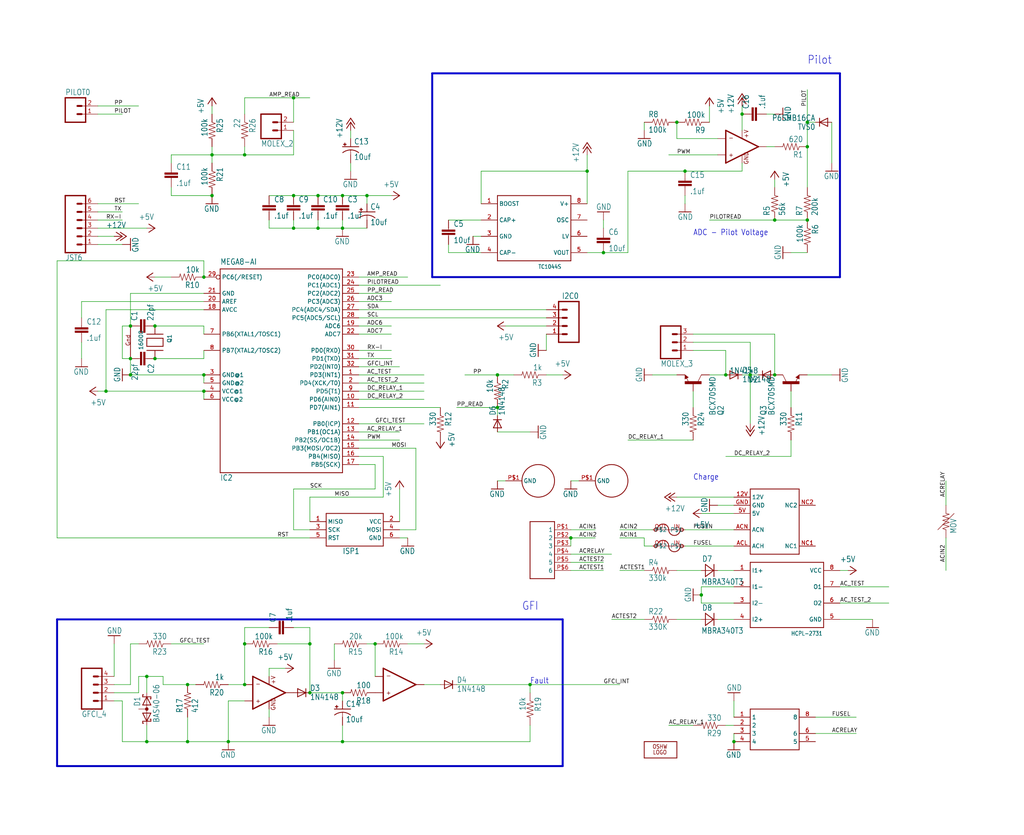
<source format=kicad_sch>
(kicad_sch (version 20231120) (generator "eeschema") (generator_version "8.0")
  (paper "User" 318.973 260.198)
  (junction (at 154.94 116.84))
  (junction (at 66.04 60.96))
  (junction (at 40.64 101.6))
  (junction (at 106.68 71.12))
  (junction (at 40.64 116.84))
  (junction (at 213.36 53.34))
  (junction (at 114.3 60.96))
  (junction (at 99.06 71.12))
  (junction (at 76.2 48.26))
  (junction (at 91.44 60.96))
  (junction (at 251.46 68.58))
  (junction (at 48.26 111.76))
  (junction (at 48.26 101.6))
  (junction (at 91.44 30.48))
  (junction (at 182.88 53.34))
  (junction (at 154.94 127))
  (junction (at 177.8 167.64))
  (junction (at 91.44 71.12))
  (junction (at 96.52 200.66))
  (junction (at 40.64 111.76))
  (junction (at 33.02 121.92))
  (junction (at 96.52 215.9))
  (junction (at 106.68 60.96))
  (junction (at 233.68 116.84))
  (junction (at 63.5 116.84))
  (junction (at 231.14 35.56))
  (junction (at 218.44 185.42))
  (junction (at 116.84 200.66))
  (junction (at 251.46 38.1))
  (junction (at 71.12 231.14))
  (junction (at 226.06 116.84))
  (junction (at 66.04 48.26))
  (junction (at 165.1 213.36))
  (junction (at 76.2 213.36))
  (junction (at 251.46 45.72))
  (junction (at 241.3 68.58))
  (junction (at 187.96 78.74))
  (junction (at 45.72 231.14))
  (junction (at 99.06 60.96))
  (junction (at 45.72 210.82))
  (junction (at 106.68 215.9))
  (junction (at 76.2 200.66))
  (junction (at 63.5 86.36))
  (junction (at 58.42 231.14))
  (junction (at 58.42 213.36))
  (junction (at 241.3 116.84))
  (junction (at 63.5 121.92))
  (junction (at 210.82 38.1))
  (junction (at 228.6 231.14))
  (junction (at 106.68 231.14))
  (polyline (pts (xy 261.62 86.36) (xy 134.62 86.36)) (stroke (width 0.6096) (type solid)))
  (wire (pts (xy 231.14 53.34) (xy 231.14 50.8)) (stroke (width 0.1524)))
  (wire (pts (xy 119.38 154.94) (xy 119.38 142.24)) (stroke (width 0.1524)))
  (wire (pts (xy 228.6 228.6) (xy 228.6 231.14)) (stroke (width 0.1524)))
  (wire (pts (xy 226.06 116.84) (xy 220.98 116.84)) (stroke (width 0.1524)))
  (wire (pts (xy 259.08 50.8) (xy 259.08 38.1)) (stroke (width 0.1524)))
  (wire (pts (xy 111.76 121.92) (xy 132.08 121.92)) (stroke (width 0.1524)))
  (wire (pts (xy 111.76 137.16) (xy 124.46 137.16)) (stroke (width 0.1524)))
  (wire (pts (xy 129.54 165.1) (xy 124.46 165.1)) (stroke (width 0.1524)))
  (wire (pts (xy 149.86 68.58) (xy 139.7 68.58)) (stroke (width 0.1524)))
  (wire (pts (xy 165.1 213.36) (xy 165.1 215.9)) (stroke (width 0.1524)))
  (wire (pts (xy 177.8 177.8) (xy 187.96 177.8)) (stroke (width 0.1524)))
  (wire (pts (xy 254 38.1) (xy 251.46 38.1)) (stroke (width 0.1524)))
  (wire (pts (xy 116.84 200.66) (xy 114.3 200.66)) (stroke (width 0.1524)))
  (wire (pts (xy 91.44 152.4) (xy 116.84 152.4)) (stroke (width 0.1524)))
  (wire (pts (xy 170.18 99.06) (xy 111.76 99.06)) (stroke (width 0.1524)))
  (wire (pts (xy 251.46 45.72) (xy 251.46 38.1)) (stroke (width 0.1524)))
  (wire (pts (xy 213.36 63.5) (xy 213.36 60.96)) (stroke (width 0.1524)))
  (wire (pts (xy 111.76 116.84) (xy 132.08 116.84)) (stroke (width 0.1524)))
  (wire (pts (xy 294.64 157.48) (xy 294.64 149.86)) (stroke (width 0.1524)))
  (wire (pts (xy 182.88 63.5) (xy 182.88 53.34)) (stroke (width 0.1524)))
  (wire (pts (xy 96.52 165.1) (xy 91.44 165.1)) (stroke (width 0.1524)))
  (wire (pts (xy 66.04 48.26) (xy 66.04 50.8)) (stroke (width 0.1524)))
  (wire (pts (xy 241.3 58.42) (xy 241.3 55.88)) (stroke (width 0.1524)))
  (wire (pts (xy 177.8 149.86) (xy 180.34 149.86)) (stroke (width 0.1524)))
  (wire (pts (xy 96.52 162.56) (xy 96.52 154.94)) (stroke (width 0.1524)))
  (wire (pts (xy 71.12 231.14) (xy 106.68 231.14)) (stroke (width 0.1524)))
  (wire (pts (xy 215.9 109.22) (xy 226.06 109.22)) (stroke (width 0.1524)))
  (wire (pts (xy 45.72 71.12) (xy 30.48 71.12)) (stroke (width 0.1524)))
  (wire (pts (xy 38.1 76.2) (xy 30.48 76.2)) (stroke (width 0.1524)))
  (wire (pts (xy 63.5 81.28) (xy 17.78 81.28)) (stroke (width 0.1524)))
  (wire (pts (xy 43.18 215.9) (xy 43.18 210.82)) (stroke (width 0.1524)))
  (wire (pts (xy 241.3 68.58) (xy 220.98 68.58)) (stroke (width 0.1524)))
  (wire (pts (xy 251.46 45.72) (xy 251.46 58.42)) (stroke (width 0.1524)))
  (wire (pts (xy 38.1 231.14) (xy 45.72 231.14)) (stroke (width 0.1524)))
  (wire (pts (xy 210.82 177.8) (xy 218.44 177.8)) (stroke (width 0.1524)))
  (wire (pts (xy 218.44 160.02) (xy 228.6 160.02)) (stroke (width 0.1524)))
  (wire (pts (xy 195.58 78.74) (xy 187.96 78.74)) (stroke (width 0.1524)))
  (wire (pts (xy 35.56 210.82) (xy 35.56 200.66)) (stroke (width 0.1524)))
  (wire (pts (xy 76.2 35.56) (xy 76.2 30.48)) (stroke (width 0.1524)))
  (wire (pts (xy 215.9 137.16) (xy 195.58 137.16)) (stroke (width 0.1524)))
  (wire (pts (xy 132.08 213.36) (xy 137.16 213.36)) (stroke (width 0.1524)))
  (wire (pts (xy 157.48 101.6) (xy 170.18 101.6)) (stroke (width 0.1524)))
  (wire (pts (xy 218.44 187.96) (xy 218.44 185.42)) (stroke (width 0.1524)))
  (wire (pts (xy 106.68 68.58) (xy 106.68 71.12)) (stroke (width 0.1524)))
  (wire (pts (xy 33.02 96.52) (xy 33.02 121.92)) (stroke (width 0.1524)))
  (wire (pts (xy 137.16 88.9) (xy 111.76 88.9)) (stroke (width 0.1524)))
  (wire (pts (xy 121.92 60.96) (xy 114.3 60.96)) (stroke (width 0.1524)))
  (wire (pts (xy 83.82 208.28) (xy 88.9 208.28)) (stroke (width 0.1524)))
  (polyline (pts (xy 261.62 22.86) (xy 261.62 86.36)) (stroke (width 0.6096) (type solid)))
  (wire (pts (xy 254 223.52) (xy 266.7 223.52)) (stroke (width 0.1524)))
  (wire (pts (xy 53.34 48.26) (xy 66.04 48.26)) (stroke (width 0.1524)))
  (wire (pts (xy 76.2 48.26) (xy 91.44 48.26)) (stroke (width 0.1524)))
  (wire (pts (xy 83.82 210.82) (xy 83.82 208.28)) (stroke (width 0.1524)))
  (polyline (pts (xy 134.62 86.36) (xy 134.62 22.86)) (stroke (width 0.6096) (type solid)))
  (wire (pts (xy 111.76 86.36) (xy 127 86.36)) (stroke (width 0.1524)))
  (wire (pts (xy 45.72 231.14) (xy 58.42 231.14)) (stroke (width 0.1524)))
  (polyline (pts (xy 17.78 238.76) (xy 17.78 193.04)) (stroke (width 0.6096) (type solid)))
  (wire (pts (xy 116.84 152.4) (xy 116.84 144.78)) (stroke (width 0.1524)))
  (wire (pts (xy 121.92 111.76) (xy 111.76 111.76)) (stroke (width 0.1524)))
  (wire (pts (xy 48.26 86.36) (xy 53.34 86.36)) (stroke (width 0.1524)))
  (wire (pts (xy 233.68 132.08) (xy 233.68 116.84)) (stroke (width 0.1524)))
  (wire (pts (xy 30.48 66.04) (xy 38.1 66.04)) (stroke (width 0.1524)))
  (wire (pts (xy 35.56 218.44) (xy 38.1 218.44)) (stroke (width 0.1524)))
  (wire (pts (xy 106.68 218.44) (xy 106.68 215.9)) (stroke (width 0.1524)))
  (wire (pts (xy 111.76 139.7) (xy 129.54 139.7)) (stroke (width 0.1524)))
  (polyline (pts (xy 175.26 238.76) (xy 17.78 238.76)) (stroke (width 0.6096) (type solid)))
  (wire (pts (xy 170.18 109.22) (xy 170.18 104.14)) (stroke (width 0.1524)))
  (wire (pts (xy 106.68 215.9) (xy 96.52 215.9)) (stroke (width 0.1524)))
  (wire (pts (xy 246.38 142.24) (xy 226.06 142.24)) (stroke (width 0.1524)))
  (wire (pts (xy 154.94 127) (xy 142.24 127)) (stroke (width 0.1524)))
  (wire (pts (xy 111.76 114.3) (xy 124.46 114.3)) (stroke (width 0.1524)))
  (wire (pts (xy 48.26 101.6) (xy 63.5 101.6)) (stroke (width 0.1524)))
  (wire (pts (xy 200.66 170.18) (xy 203.2 170.18)) (stroke (width 0.1524)))
  (wire (pts (xy 261.62 182.88) (xy 276.86 182.88)) (stroke (width 0.1524)))
  (wire (pts (xy 111.76 134.62) (xy 124.46 134.62)) (stroke (width 0.1524)))
  (wire (pts (xy 233.68 116.84) (xy 233.68 106.68)) (stroke (width 0.1524)))
  (wire (pts (xy 66.04 45.72) (xy 66.04 48.26)) (stroke (width 0.1524)))
  (wire (pts (xy 177.8 170.18) (xy 177.8 167.64)) (stroke (width 0.1524)))
  (wire (pts (xy 213.36 170.18) (xy 228.6 170.18)) (stroke (width 0.1524)))
  (wire (pts (xy 30.48 121.92) (xy 33.02 121.92)) (stroke (width 0.1524)))
  (wire (pts (xy 119.38 142.24) (xy 111.76 142.24)) (stroke (width 0.1524)))
  (wire (pts (xy 231.14 53.34) (xy 213.36 53.34)) (stroke (width 0.1524)))
  (wire (pts (xy 231.14 116.84) (xy 233.68 116.84)) (stroke (width 0.1524)))
  (wire (pts (xy 109.22 40.64) (xy 109.22 43.18)) (stroke (width 0.1524)))
  (polyline (pts (xy 134.62 22.86) (xy 261.62 22.86)) (stroke (width 0.6096) (type solid)))
  (wire (pts (xy 63.5 124.46) (xy 63.5 121.92)) (stroke (width 0.1524)))
  (wire (pts (xy 63.5 101.6) (xy 63.5 104.14)) (stroke (width 0.1524)))
  (wire (pts (xy 218.44 193.04) (xy 210.82 193.04)) (stroke (width 0.1524)))
  (wire (pts (xy 271.78 193.04) (xy 261.62 193.04)) (stroke (width 0.1524)))
  (wire (pts (xy 106.68 60.96) (xy 99.06 60.96)) (stroke (width 0.1524)))
  (wire (pts (xy 91.44 195.58) (xy 96.52 195.58)) (stroke (width 0.1524)))
  (wire (pts (xy 91.44 71.12) (xy 99.06 71.12)) (stroke (width 0.1524)))
  (wire (pts (xy 177.8 167.64) (xy 185.42 167.64)) (stroke (width 0.1524)))
  (wire (pts (xy 231.14 35.56) (xy 231.14 40.64)) (stroke (width 0.1524)))
  (wire (pts (xy 53.34 200.66) (xy 63.5 200.66)) (stroke (width 0.1524)))
  (wire (pts (xy 76.2 48.26) (xy 76.2 45.72)) (stroke (width 0.1524)))
  (wire (pts (xy 200.66 177.8) (xy 193.04 177.8)) (stroke (width 0.1524)))
  (wire (pts (xy 187.96 71.12) (xy 187.96 68.58)) (stroke (width 0.1524)))
  (polyline (pts (xy 175.26 193.04) (xy 175.26 238.76)) (stroke (width 0.6096) (type solid)))
  (wire (pts (xy 111.76 132.08) (xy 132.08 132.08)) (stroke (width 0.1524)))
  (wire (pts (xy 226.06 226.06) (xy 228.6 226.06)) (stroke (width 0.1524)))
  (wire (pts (xy 154.94 116.84) (xy 160.02 116.84)) (stroke (width 0.1524)))
  (wire (pts (xy 223.52 43.18) (xy 210.82 43.18)) (stroke (width 0.1524)))
  (wire (pts (xy 111.76 124.46) (xy 132.08 124.46)) (stroke (width 0.1524)))
  (wire (pts (xy 210.82 154.94) (xy 228.6 154.94)) (stroke (width 0.1524)))
  (wire (pts (xy 195.58 53.34) (xy 195.58 78.74)) (stroke (width 0.1524)))
  (wire (pts (xy 241.3 104.14) (xy 241.3 116.84)) (stroke (width 0.1524)))
  (wire (pts (xy 43.18 210.82) (xy 45.72 210.82)) (stroke (width 0.1524)))
  (wire (pts (xy 58.42 213.36) (xy 60.96 213.36)) (stroke (width 0.1524)))
  (wire (pts (xy 177.8 165.1) (xy 185.42 165.1)) (stroke (width 0.1524)))
  (wire (pts (xy 251.46 68.58) (xy 241.3 68.58)) (stroke (width 0.1524)))
  (wire (pts (xy 200.66 167.64) (xy 200.66 170.18)) (stroke (width 0.1524)))
  (wire (pts (xy 45.72 215.9) (xy 45.72 210.82)) (stroke (width 0.1524)))
  (wire (pts (xy 53.34 60.96) (xy 66.04 60.96)) (stroke (width 0.1524)))
  (wire (pts (xy 30.48 63.5) (xy 43.18 63.5)) (stroke (width 0.1524)))
  (wire (pts (xy 210.82 43.18) (xy 210.82 38.1)) (stroke (width 0.1524)))
  (wire (pts (xy 83.82 223.52) (xy 83.82 220.98)) (stroke (width 0.1524)))
  (wire (pts (xy 124.46 167.64) (xy 127 167.64)) (stroke (width 0.1524)))
  (wire (pts (xy 45.72 210.82) (xy 50.8 210.82)) (stroke (width 0.1524)))
  (wire (pts (xy 25.4 93.98) (xy 25.4 99.06)) (stroke (width 0.1524)))
  (wire (pts (xy 170.18 96.52) (xy 111.76 96.52)) (stroke (width 0.1524)))
  (wire (pts (xy 91.44 68.58) (xy 91.44 71.12)) (stroke (width 0.1524)))
  (wire (pts (xy 223.52 177.8) (xy 228.6 177.8)) (stroke (width 0.1524)))
  (wire (pts (xy 40.64 111.76) (xy 40.64 116.84)) (stroke (width 0.1524)))
  (wire (pts (xy 48.26 111.76) (xy 63.5 111.76)) (stroke (width 0.1524)))
  (wire (pts (xy 200.66 167.64) (xy 193.04 167.64)) (stroke (width 0.1524)))
  (wire (pts (xy 53.34 58.42) (xy 53.34 60.96)) (stroke (width 0.1524)))
  (wire (pts (xy 17.78 167.64) (xy 96.52 167.64)) (stroke (width 0.1524)))
  (polyline (pts (xy 17.78 193.04) (xy 175.26 193.04)) (stroke (width 0.6096) (type solid)))
  (wire (pts (xy 91.44 165.1) (xy 91.44 152.4)) (stroke (width 0.1524)))
  (wire (pts (xy 165.1 226.06) (xy 165.1 231.14)) (stroke (width 0.1524)))
  (wire (pts (xy 187.96 78.74) (xy 182.88 78.74)) (stroke (width 0.1524)))
  (wire (pts (xy 63.5 111.76) (xy 63.5 109.22)) (stroke (width 0.1524)))
  (wire (pts (xy 147.32 73.66) (xy 149.86 73.66)) (stroke (width 0.1524)))
  (wire (pts (xy 30.48 35.56) (xy 38.1 35.56)) (stroke (width 0.1524)))
  (wire (pts (xy 111.76 93.98) (xy 121.92 93.98)) (stroke (width 0.1524)))
  (wire (pts (xy 91.44 30.48) (xy 96.52 30.48)) (stroke (width 0.1524)))
  (wire (pts (xy 76.2 213.36) (xy 71.12 213.36)) (stroke (width 0.1524)))
  (wire (pts (xy 259.08 116.84) (xy 251.46 116.84)) (stroke (width 0.1524)))
  (wire (pts (xy 132.08 200.66) (xy 127 200.66)) (stroke (width 0.1524)))
  (wire (pts (xy 238.76 45.72) (xy 241.3 45.72)) (stroke (width 0.1524)))
  (wire (pts (xy 165.1 134.62) (xy 154.94 134.62)) (stroke (width 0.1524)))
  (wire (pts (xy 106.68 231.14) (xy 165.1 231.14)) (stroke (width 0.1524)))
  (wire (pts (xy 215.9 104.14) (xy 241.3 104.14)) (stroke (width 0.1524)))
  (wire (pts (xy 215.9 127) (xy 215.9 121.92)) (stroke (width 0.1524)))
  (wire (pts (xy 63.5 86.36) (xy 63.5 81.28)) (stroke (width 0.1524)))
  (wire (pts (xy 111.76 109.22) (xy 121.92 109.22)) (stroke (width 0.1524)))
  (wire (pts (xy 177.8 172.72) (xy 190.5 172.72)) (stroke (width 0.1524)))
  (wire (pts (xy 40.64 200.66) (xy 43.18 200.66)) (stroke (width 0.1524)))
  (wire (pts (xy 53.34 50.8) (xy 53.34 48.26)) (stroke (width 0.1524)))
  (wire (pts (xy 246.38 142.24) (xy 246.38 137.16)) (stroke (width 0.1524)))
  (wire (pts (xy 213.36 165.1) (xy 228.6 165.1)) (stroke (width 0.1524)))
  (wire (pts (xy 40.64 111.76) (xy 38.1 111.76)) (stroke (width 0.1524)))
  (wire (pts (xy 104.14 205.74) (xy 104.14 200.66)) (stroke (width 0.1524)))
  (wire (pts (xy 76.2 200.66) (xy 76.2 213.36)) (stroke (width 0.1524)))
  (wire (pts (xy 129.54 139.7) (xy 129.54 165.1)) (stroke (width 0.1524)))
  (wire (pts (xy 96.52 200.66) (xy 96.52 215.9)) (stroke (width 0.1524)))
  (wire (pts (xy 63.5 119.38) (xy 63.5 116.84)) (stroke (width 0.1524)))
  (wire (pts (xy 226.06 109.22) (xy 226.06 116.84)) (stroke (width 0.1524)))
  (wire (pts (xy 208.28 48.26) (xy 223.52 48.26)) (stroke (width 0.1524)))
  (wire (pts (xy 177.8 175.26) (xy 187.96 175.26)) (stroke (width 0.1524)))
  (wire (pts (xy 38.1 218.44) (xy 38.1 231.14)) (stroke (width 0.1524)))
  (wire (pts (xy 124.46 162.56) (xy 124.46 152.4)) (stroke (width 0.1524)))
  (wire (pts (xy 154.94 127) (xy 154.94 129.54)) (stroke (width 0.1524)))
  (wire (pts (xy 111.76 119.38) (xy 132.08 119.38)) (stroke (width 0.1524)))
  (wire (pts (xy 76.2 30.48) (xy 91.44 30.48)) (stroke (width 0.1524)))
  (wire (pts (xy 63.5 91.44) (xy 40.64 91.44)) (stroke (width 0.1524)))
  (wire (pts (xy 114.3 63.5) (xy 114.3 60.96)) (stroke (width 0.1524)))
  (wire (pts (xy 111.76 104.14) (xy 121.92 104.14)) (stroke (width 0.1524)))
  (wire (pts (xy 66.04 48.26) (xy 76.2 48.26)) (stroke (width 0.1524)))
  (wire (pts (xy 223.52 193.04) (xy 228.6 193.04)) (stroke (width 0.1524)))
  (wire (pts (xy 165.1 213.36) (xy 142.24 213.36)) (stroke (width 0.1524)))
  (wire (pts (xy 218.44 182.88) (xy 218.44 185.42)) (stroke (width 0.1524)))
  (wire (pts (xy 215.9 226.06) (xy 208.28 226.06)) (stroke (width 0.1524)))
  (wire (pts (xy 261.62 187.96) (xy 276.86 187.96)) (stroke (width 0.1524)))
  (wire (pts (xy 294.64 167.64) (xy 294.64 177.8)) (stroke (width 0.1524)))
  (wire (pts (xy 71.12 218.44) (xy 76.2 218.44)) (stroke (width 0.1524)))
  (wire (pts (xy 139.7 78.74) (xy 149.86 78.74)) (stroke (width 0.1524)))
  (wire (pts (xy 99.06 71.12) (xy 106.68 71.12)) (stroke (width 0.1524)))
  (wire (pts (xy 66.04 33.02) (xy 66.04 35.56)) (stroke (width 0.1524)))
  (wire (pts (xy 139.7 76.2) (xy 139.7 78.74)) (stroke (width 0.1524)))
  (wire (pts (xy 231.14 33.02) (xy 231.14 35.56)) (stroke (width 0.1524)))
  (wire (pts (xy 137.16 127) (xy 111.76 127)) (stroke (width 0.1524)))
  (wire (pts (xy 96.52 154.94) (xy 119.38 154.94)) (stroke (width 0.1524)))
  (wire (pts (xy 45.72 226.06) (xy 45.72 231.14)) (stroke (width 0.1524)))
  (wire (pts (xy 83.82 68.58) (xy 83.82 71.12)) (stroke (width 0.1524)))
  (wire (pts (xy 241.3 35.56) (xy 238.76 35.56)) (stroke (width 0.1524)))
  (wire (pts (xy 76.2 195.58) (xy 76.2 200.66)) (stroke (width 0.1524)))
  (wire (pts (xy 149.86 63.5) (xy 149.86 53.34)) (stroke (width 0.1524)))
  (wire (pts (xy 200.66 38.1) (xy 200.66 40.64)) (stroke (width 0.1524)))
  (wire (pts (xy 99.06 68.58) (xy 99.06 71.12)) (stroke (width 0.1524)))
  (wire (pts (xy 170.18 116.84) (xy 175.26 116.84)) (stroke (width 0.1524)))
  (wire (pts (xy 154.94 149.86) (xy 157.48 149.86)) (stroke (width 0.1524)))
  (wire (pts (xy 114.3 60.96) (xy 106.68 60.96)) (stroke (width 0.1524)))
  (wire (pts (xy 96.52 195.58) (xy 96.52 200.66)) (stroke (width 0.1524)))
  (wire (pts (xy 40.64 213.36) (xy 40.64 200.66)) (stroke (width 0.1524)))
  (wire (pts (xy 91.44 38.1) (xy 91.44 30.48)) (stroke (width 0.1524)))
  (wire (pts (xy 38.1 101.6) (xy 40.64 101.6)) (stroke (width 0.1524)))
  (wire (pts (xy 99.06 60.96) (xy 91.44 60.96)) (stroke (width 0.1524)))
  (wire (pts (xy 71.12 231.14) (xy 71.12 218.44)) (stroke (width 0.1524)))
  (wire (pts (xy 246.38 127) (xy 246.38 121.92)) (stroke (width 0.1524)))
  (wire (pts (xy 190.5 193.04) (xy 200.66 193.04)) (stroke (width 0.1524)))
  (wire (pts (xy 182.88 53.34) (xy 182.88 48.26)) (stroke (width 0.1524)))
  (wire (pts (xy 25.4 111.76) (xy 25.4 106.68)) (stroke (width 0.1524)))
  (wire (pts (xy 63.5 96.52) (xy 33.02 96.52)) (stroke (width 0.1524)))
  (wire (pts (xy 233.68 106.68) (xy 215.9 106.68)) (stroke (width 0.1524)))
  (wire (pts (xy 35.56 213.36) (xy 40.64 213.36)) (stroke (width 0.1524)))
  (wire (pts (xy 246.38 78.74) (xy 251.46 78.74)) (stroke (width 0.1524)))
  (wire (pts (xy 213.36 53.34) (xy 195.58 53.34)) (stroke (width 0.1524)))
  (wire (pts (xy 33.02 121.92) (xy 63.5 121.92)) (stroke (width 0.1524)))
  (wire (pts (xy 220.98 33.02) (xy 220.98 38.1)) (stroke (width 0.1524)))
  (wire (pts (xy 149.86 53.34) (xy 182.88 53.34)) (stroke (width 0.1524)))
  (wire (pts (xy 254 228.6) (xy 266.7 228.6)) (stroke (width 0.1524)))
  (wire (pts (xy 50.8 213.36) (xy 58.42 213.36)) (stroke (width 0.1524)))
  (wire (pts (xy 35.56 215.9) (xy 43.18 215.9)) (stroke (width 0.1524)))
  (wire (pts (xy 91.44 48.26) (xy 91.44 40.64)) (stroke (width 0.1524)))
  (wire (pts (xy 251.46 38.1) (xy 251.46 27.94)) (stroke (width 0.1524)))
  (wire (pts (xy 58.42 231.14) (xy 58.42 223.52)) (stroke (width 0.1524)))
  (wire (pts (xy 83.82 195.58) (xy 76.2 195.58)) (stroke (width 0.1524)))
  (wire (pts (xy 83.82 71.12) (xy 91.44 71.12)) (stroke (width 0.1524)))
  (wire (pts (xy 193.04 213.36) (xy 165.1 213.36)) (stroke (width 0.1524)))
  (wire (pts (xy 38.1 68.58) (xy 30.48 68.58)) (stroke (width 0.1524)))
  (wire (pts (xy 228.6 187.96) (xy 218.44 187.96)) (stroke (width 0.1524)))
  (wire (pts (xy 38.1 111.76) (xy 38.1 101.6)) (stroke (width 0.1524)))
  (wire (pts (xy 228.6 157.48) (xy 223.52 157.48)) (stroke (width 0.1524)))
  (wire (pts (xy 111.76 91.44) (xy 121.92 91.44)) (stroke (width 0.1524)))
  (wire (pts (xy 86.36 200.66) (xy 96.52 200.66)) (stroke (width 0.1524)))
  (wire (pts (xy 203.2 116.84) (xy 210.82 116.84)) (stroke (width 0.1524)))
  (wire (pts (xy 106.68 71.12) (xy 114.3 71.12)) (stroke (width 0.1524)))
  (wire (pts (xy 228.6 182.88) (xy 218.44 182.88)) (stroke (width 0.1524)))
  (wire (pts (xy 154.94 116.84) (xy 144.78 116.84)) (stroke (width 0.1524)))
  (wire (pts (xy 203.2 165.1) (xy 193.04 165.1)) (stroke (width 0.1524)))
  (wire (pts (xy 40.64 91.44) (xy 40.64 101.6)) (stroke (width 0.1524)))
  (wire (pts (xy 111.76 101.6) (xy 121.92 101.6)) (stroke (width 0.1524)))
  (wire (pts (xy 17.78 81.28) (xy 17.78 167.64)) (stroke (width 0.1524)))
  (wire (pts (xy 40.64 116.84) (xy 63.5 116.84)) (stroke (width 0.1524)))
  (wire (pts (xy 236.22 116.84) (xy 233.68 116.84)) (stroke (width 0.1524)))
  (wire (pts (xy 116.84 144.78) (xy 111.76 144.78)) (stroke (width 0.1524)))
  (wire (pts (xy 106.68 226.06) (xy 106.68 231.14)) (stroke (width 0.1524)))
  (wire (pts (xy 25.4 93.98) (xy 63.5 93.98)) (stroke (width 0.1524)))
  (wire (pts (xy 264.16 177.8) (xy 261.62 177.8)) (stroke (width 0.1524)))
  (wire (pts (xy 228.6 223.52) (xy 228.6 218.44)) (stroke (width 0.1524)))
  (wire (pts (xy 58.42 231.14) (xy 71.12 231.14)) (stroke (width 0.1524)))
  (wire (pts (xy 35.56 73.66) (xy 30.48 73.66)) (stroke (width 0.1524)))
  (wire (pts (xy 50.8 210.82) (xy 50.8 213.36)) (stroke (width 0.1524)))
  (wire (pts (xy 109.22 53.34) (xy 109.22 50.8)) (stroke (width 0.1524)))
  (wire (pts (xy 83.82 60.96) (xy 91.44 60.96)) (stroke (width 0.1524)))
  (wire (pts (xy 30.48 33.02) (xy 43.18 33.02)) (stroke (width 0.1524)))
  (wire (pts (xy 116.84 210.82) (xy 116.84 200.66)) (stroke (width 0.1524)))
  (text "ADC - Pilot Voltage" (at 215.9 73.66 0) (effects (font (size 1.778 1.5113)) (justify left bottom)))
  (text "Pilot" (at 251.46 20.32 0) (effects (font (size 2.54 2.159)) (justify left bottom)))
  (text "Charge" (at 215.9 149.86 0) (effects (font (size 1.778 1.5113)) (justify left bottom)))
  (text "Fault" (at 165.1 213.36 0) (effects (font (size 1.778 1.5113)) (justify left bottom)))
  (text "GFI" (at 162.56 190.5 0) (effects (font (size 2.54 2.159)) (justify left bottom)))
  (label "PILOT" (at 251.46 27.94 270) (effects (font (size 1.2446 1.2446))))
  (label "SDA" (at 114.3 96.52 0) (effects (font (size 1.2446 1.2446))))
  (label "FUSEN" (at 215.9 165.1 0) (effects (font (size 1.2446 1.2446))))
  (label "RST" (at 35.56 63.5 0) (effects (font (size 1.2446 1.2446))))
  (label "ACRELAY" (at 294.64 154.94 90) (effects (font (size 1.2446 1.2446))))
  (label "ACIN1" (at 180.34 165.1 0) (effects (font (size 1.2446 1.2446))))
  (label "GFCI_TEST" (at 55.88 200.66 0) (effects (font (size 1.2446 1.2446))))
  (label "PILOTREAD" (at 114.3 88.9 0) (effects (font (size 1.2446 1.2446))))
  (label "FUSEL" (at 259.08 223.52 0) (effects (font (size 1.2446 1.2446))))
  (label "ADC3" (at 114.3 93.98 0) (effects (font (size 1.2446 1.2446))))
  (label "RX-I" (at 33.02 68.58 0) (effects (font (size 1.2446 1.2446))))
  (label "ACTEST1" (at 180.34 177.8 0) (effects (font (size 1.2446 1.2446))))
  (label "GFCI_INT" (at 114.3 114.3 0) (effects (font (size 1.2446 1.2446))))
  (label "AMP_READ" (at 83.82 30.48 0) (effects (font (size 1.2446 1.2446))))
  (label "AMP_READ" (at 114.3 86.36 0) (effects (font (size 1.2446 1.2446))))
  (label "ADC6" (at 114.3 101.6 0) (effects (font (size 1.2446 1.2446))))
  (label "TX" (at 114.3 111.76 0) (effects (font (size 1.2446 1.2446))))
  (label "PP" (at 147.32 116.84 0) (effects (font (size 1.2446 1.2446))))
  (label "TX" (at 35.56 66.04 0) (effects (font (size 1.2446 1.2446))))
  (label "PP_READ" (at 114.3 91.44 0) (effects (font (size 1.2446 1.2446))))
  (label "ACIN2" (at 180.34 167.64 0) (effects (font (size 1.2446 1.2446))))
  (label "DC_RELAY_2" (at 114.3 124.46 0) (effects (font (size 1.2446 1.2446))))
  (label "DC_RELAY_1" (at 114.3 121.92 0) (effects (font (size 1.2446 1.2446))))
  (label "PWM" (at 114.3 137.16 0) (effects (font (size 1.2446 1.2446))))
  (label "PILOTREAD" (at 220.98 68.58 0) (effects (font (size 1.2446 1.2446))))
  (label "ACRELAY" (at 180.34 172.72 0) (effects (font (size 1.2446 1.2446))))
  (label "AC_TEST_2" (at 114.3 119.38 0) (effects (font (size 1.2446 1.2446))))
  (label "PILOT" (at 35.56 35.56 0) (effects (font (size 1.2446 1.2446))))
  (label "PWM" (at 210.82 48.26 0) (effects (font (size 1.2446 1.2446))))
  (label "ACRELAY" (at 259.08 228.6 0) (effects (font (size 1.2446 1.2446))))
  (label "DC_RELAY_1" (at 195.58 137.16 0) (effects (font (size 1.2446 1.2446))))
  (label "ACIN2" (at 193.04 165.1 0) (effects (font (size 1.2446 1.2446))))
  (label "AC_TEST_2" (at 261.62 187.96 0) (effects (font (size 1.2446 1.2446))))
  (label "AC_TEST" (at 261.62 182.88 0) (effects (font (size 1.2446 1.2446))))
  (label "AC_RELAY_1" (at 208.28 226.06 0) (effects (font (size 1.2446 1.2446))))
  (label "PP" (at 35.56 33.02 0) (effects (font (size 1.2446 1.2446))))
  (label "AC_TEST" (at 114.3 116.84 0) (effects (font (size 1.2446 1.2446))))
  (label "SCK" (at 96.52 152.4 0) (effects (font (size 1.2446 1.2446))))
  (label "ACIN1" (at 193.04 167.64 0) (effects (font (size 1.2446 1.2446))))
  (label "ACTEST1" (at 193.04 177.8 0) (effects (font (size 1.2446 1.2446))))
  (label "RST" (at 86.36 167.64 0) (effects (font (size 1.2446 1.2446))))
  (label "DC_RELAY_2" (at 228.6 142.24 0) (effects (font (size 1.2446 1.2446))))
  (label "RX-I" (at 114.3 109.22 0) (effects (font (size 1.2446 1.2446))))
  (label "MOSI" (at 121.92 139.7 0) (effects (font (size 1.2446 1.2446))))
  (label "PP_READ" (at 142.24 127 0) (effects (font (size 1.2446 1.2446))))
  (label "MISO" (at 104.14 154.94 0) (effects (font (size 1.2446 1.2446))))
  (label "ACIN2" (at 294.64 175.26 90) (effects (font (size 1.2446 1.2446))))
  (label "AC_RELAY_1" (at 114.3 134.62 0) (effects (font (size 1.2446 1.2446))))
  (label "SCL" (at 114.3 99.06 0) (effects (font (size 1.2446 1.2446))))
  (label "ACTEST2" (at 190.5 193.04 0) (effects (font (size 1.2446 1.2446))))
  (label "ADC7" (at 114.3 104.14 0) (effects (font (size 1.2446 1.2446))))
  (label "GFCI_TEST" (at 116.84 132.08 0) (effects (font (size 1.2446 1.2446))))
  (label "ACTEST2" (at 180.34 175.26 0) (effects (font (size 1.2446 1.2446))))
  (label "GFCI_INT" (at 187.96 213.36 0) (effects (font (size 1.2446 1.2446))))
  (label "FUSEL" (at 215.9 170.18 0) (effects (font (size 1.2446 1.2446))))
  (symbol (lib_id "OpenEVSE_PLUS_v5.5-eagle-import:+12V") (at 109.22 38.1 0) (unit 1)
    (property "Reference" "#P+22" (effects (hide yes)))
    (property "Value" "+12V" (at 106.68 43.18 90) (effects (font (size 1.778 1.5113)) (justify left bottom)))
  )
  (symbol (lib_id "OpenEVSE_PLUS_v5.5-eagle-import:+5V") (at 215.9 160.02 90) (unit 1)
    (property "Reference" "#P+1" (effects (hide yes)))
    (property "Value" "+5V" (at 220.98 162.56 90) (effects (font (size 1.778 1.5113)) (justify left bottom)))
  )
  (symbol (lib_id "OpenEVSE_PLUS_v5.5-eagle-import:RESISTOR0805-RES") (at 111.76 215.9 180) (unit 1)
    (property "Reference" "R18" (at 115.57 217.3986 0) (effects (font (size 1.778 1.5113)) (justify left bottom)))
    (property "Value" "100" (at 115.57 212.598 0) (effects (font (size 1.778 1.5113)) (justify left bottom)))
    (property "Footprint" "OpenEVSE_PLUS_v5.5:0805" (effects (hide yes)))
  )
  (symbol (lib_id "OpenEVSE_PLUS_v5.5-eagle-import:M04JST-PTH-VERT") (at 175.26 101.6 0) (mirror y) (unit 1)
    (property "Reference" "I2C0" (at 180.34 93.218 0) (effects (font (size 1.778 1.5113)) (justify left bottom)))
    (property "Value" "M04JST-PTH-VERT" (effects (hide yes)))
    (property "Footprint" "OpenEVSE_PLUS_v5.5:JST-4-PTH-VERT" (effects (hide yes)))
  )
  (symbol (lib_id "OpenEVSE_PLUS_v5.5-eagle-import:+5V") (at 48.26 71.12 270) (unit 1)
    (property "Reference" "#P+2" (effects (hide yes)))
    (property "Value" "+5V" (at 43.18 68.58 90) (effects (font (size 1.778 1.5113)) (justify left bottom)))
  )
  (symbol (lib_id "OpenEVSE_PLUS_v5.5-eagle-import:+5V") (at 27.94 121.92 90) (unit 1)
    (property "Reference" "#P+5" (effects (hide yes)))
    (property "Value" "+5V" (at 33.02 124.46 90) (effects (font (size 1.778 1.5113)) (justify left bottom)))
  )
  (symbol (lib_id "OpenEVSE_PLUS_v5.5-eagle-import:RESISTOR0805-RES") (at 109.22 200.66 180) (unit 1)
    (property "Reference" "R15" (at 113.03 202.1586 0) (effects (font (size 1.778 1.5113)) (justify left bottom)))
    (property "Value" "20k" (at 113.03 197.358 0) (effects (font (size 1.778 1.5113)) (justify left bottom)))
    (property "Footprint" "OpenEVSE_PLUS_v5.5:0805" (effects (hide yes)))
  )
  (symbol (lib_id "OpenEVSE_PLUS_v5.5-eagle-import:RESISTOR0805-RES") (at 66.04 40.64 270) (unit 1)
    (property "Reference" "R25" (at 67.5386 36.83 0) (effects (font (size 1.778 1.5113)) (justify left bottom)))
    (property "Value" "100k" (at 62.738 36.83 0) (effects (font (size 1.778 1.5113)) (justify left bottom)))
    (property "Footprint" "OpenEVSE_PLUS_v5.5:0805" (effects (hide yes)))
  )
  (symbol (lib_id "OpenEVSE_PLUS_v5.5-eagle-import:RESISTOR0805-RES") (at 66.04 213.36 180) (unit 1)
    (property "Reference" "R20" (at 69.85 214.8586 0) (effects (font (size 1.778 1.5113)) (justify left bottom)))
    (property "Value" "1k" (at 69.85 210.058 0) (effects (font (size 1.778 1.5113)) (justify left bottom)))
    (property "Footprint" "OpenEVSE_PLUS_v5.5:0805" (effects (hide yes)))
  )
  (symbol (lib_id "OpenEVSE_PLUS_v5.5-eagle-import:+5V") (at 134.62 200.66 270) (unit 1)
    (property "Reference" "#P+18" (effects (hide yes)))
    (property "Value" "+5V" (at 129.54 198.12 90) (effects (font (size 1.778 1.5113)) (justify left bottom)))
  )
  (symbol (lib_id "OpenEVSE_PLUS_v5.5-eagle-import:RESISTOR0805-RES") (at 154.94 121.92 270) (unit 1)
    (property "Reference" "R2" (at 156.4386 118.11 0) (effects (font (size 1.778 1.5113)) (justify left bottom)))
    (property "Value" "10k" (at 151.638 118.11 0) (effects (font (size 1.778 1.5113)) (justify left bottom)))
    (property "Footprint" "OpenEVSE_PLUS_v5.5:0805" (effects (hide yes)))
  )
  (symbol (lib_id "OpenEVSE_PLUS_v5.5-eagle-import:HCPL-2731") (at 241.3 187.96 0) (unit 1)
    (property "Reference" "IC1" (effects (hide yes)))
    (property "Value" "HCPL-2731" (at 246.38 198.12 0) (effects (font (size 1.27 1.0795)) (justify left bottom)))
    (property "Footprint" "OpenEVSE_PLUS_v5.5:DIP08" (effects (hide yes)))
  )
  (symbol (lib_id "OpenEVSE_PLUS_v5.5-eagle-import:MEGA8-AI") (at 86.36 111.76 0) (unit 1)
    (property "Reference" "IC2" (at 68.58 149.86 0) (effects (font (size 1.778 1.5113)) (justify left bottom)))
    (property "Value" "MEGA8-AI" (at 68.58 82.55 0) (effects (font (size 1.778 1.5113)) (justify left bottom)))
    (property "Footprint" "OpenEVSE_PLUS_v5.5:TQFP32-08" (effects (hide yes)))
  )
  (symbol (lib_id "OpenEVSE_PLUS_v5.5-eagle-import:OSHW_LOGO_8MILX0150-NT") (at 205.74 233.68 0) (unit 1)
    (property "Reference" "LOGO1" (effects (hide yes)))
    (property "Value" "OSHW_LOGO_8MILX0150-NT" (effects (hide yes)))
    (property "Footprint" "OpenEVSE_PLUS_v5.5:OSHW_8X150_NOTEXT" (effects (hide yes)))
  )
  (symbol (lib_id "OpenEVSE_PLUS_v5.5-eagle-import:LMV358") (at 83.82 215.9 0) (unit 1)
    (property "Reference" "IC3" (effects (hide yes)))
    (property "Value" "LMV358" (effects (hide yes)))
    (property "Footprint" "OpenEVSE_PLUS_v5.5:SO08" (effects (hide yes)))
  )
  (symbol (lib_id "OpenEVSE_PLUS_v5.5-eagle-import:GND") (at 243.84 78.74 270) (unit 1)
    (property "Reference" "#GND9" (effects (hide yes)))
    (property "Value" "GND" (at 241.3 76.2 0) (effects (font (size 1.778 1.5113)) (justify left bottom)))
  )
  (symbol (lib_id "OpenEVSE_PLUS_v5.5-eagle-import:GND") (at 213.36 66.04 0) (mirror y) (unit 1)
    (property "Reference" "#GND8" (effects (hide yes)))
    (property "Value" "GND" (at 215.9 68.58 0) (effects (font (size 1.778 1.5113)) (justify left bottom)))
  )
  (symbol (lib_id "OpenEVSE_PLUS_v5.5-eagle-import:GND") (at 109.22 55.88 0) (unit 1)
    (property "Reference" "#GND14" (effects (hide yes)))
    (property "Value" "GND" (at 106.68 58.42 0) (effects (font (size 1.778 1.5113)) (justify left bottom)))
  )
  (symbol (lib_id "OpenEVSE_PLUS_v5.5-eagle-import:GND") (at 25.4 114.3 0) (unit 1)
    (property "Reference" "#GND33" (effects (hide yes)))
    (property "Value" "GND" (at 22.86 116.84 0) (effects (font (size 1.778 1.5113)) (justify left bottom)))
  )
  (symbol (lib_id "OpenEVSE_PLUS_v5.5-eagle-import:RESISTORPTH-1/4W") (at 205.74 177.8 0) (unit 1)
    (property "Reference" "R4" (at 201.93 176.3014 0) (effects (font (size 1.778 1.5113)) (justify left bottom)))
    (property "Value" "330k" (at 201.93 181.102 0) (effects (font (size 1.778 1.5113)) (justify left bottom)))
    (property "Footprint" "OpenEVSE_PLUS_v5.5:AXIAL-0.4" (effects (hide yes)))
  )
  (symbol (lib_id "OpenEVSE_PLUS_v5.5-eagle-import:CAP0805") (at 43.18 111.76 270) (unit 1)
    (property "Reference" "C2" (at 46.101 113.284 0) (effects (font (size 1.778 1.5113)) (justify left bottom)))
    (property "Value" "22pf" (at 41.021 113.284 0) (effects (font (size 1.778 1.5113)) (justify left bottom)))
    (property "Footprint" "OpenEVSE_PLUS_v5.5:0805" (effects (hide yes)))
  )
  (symbol (lib_id "OpenEVSE_PLUS_v5.5-eagle-import:RESISTOR0805-RES") (at 205.74 38.1 0) (unit 1)
    (property "Reference" "R8" (at 201.93 36.6014 0) (effects (font (size 1.778 1.5113)) (justify left bottom)))
    (property "Value" "100k" (at 201.93 41.402 0) (effects (font (size 1.778 1.5113)) (justify left bottom)))
    (property "Footprint" "OpenEVSE_PLUS_v5.5:0805" (effects (hide yes)))
  )
  (symbol (lib_id "OpenEVSE_PLUS_v5.5-eagle-import:JST-VH-6") (at 167.64 175.26 0) (unit 1)
    (property "Reference" "AC0" (effects (hide yes)))
    (property "Value" "JST-VH-6" (effects (hide yes)))
    (property "Footprint" "OpenEVSE_PLUS_v5.5:JST-VH-6" (effects (hide yes)))
  )
  (symbol (lib_id "OpenEVSE_PLUS_v5.5-eagle-import:GND") (at 271.78 195.58 0) (unit 1)
    (property "Reference" "#GND20" (effects (hide yes)))
    (property "Value" "GND" (at 269.24 198.12 0) (effects (font (size 1.778 1.5113)) (justify left bottom)))
  )
  (symbol (lib_id "OpenEVSE_PLUS_v5.5-eagle-import:+12V") (at 231.14 30.48 0) (unit 1)
    (property "Reference" "#P+8" (effects (hide yes)))
    (property "Value" "+12V" (at 228.6 35.56 90) (effects (font (size 1.778 1.5113)) (justify left bottom)))
  )
  (symbol (lib_id "OpenEVSE_PLUS_v5.5-eagle-import:RESISTOR0805-RES") (at 81.28 200.66 180) (unit 1)
    (property "Reference" "R16" (at 85.09 202.1586 0) (effects (font (size 1.778 1.5113)) (justify left bottom)))
    (property "Value" "100k" (at 85.09 197.358 0) (effects (font (size 1.778 1.5113)) (justify left bottom)))
    (property "Footprint" "OpenEVSE_PLUS_v5.5:0805" (effects (hide yes)))
  )
  (symbol (lib_id "OpenEVSE_PLUS_v5.5-eagle-import:GND") (at 38.1 116.84 270) (unit 1)
    (property "Reference" "#GND5" (effects (hide yes)))
    (property "Value" "GND" (at 35.56 114.3 0) (effects (font (size 1.778 1.5113)) (justify left bottom)))
  )
  (symbol (lib_id "OpenEVSE_PLUS_v5.5-eagle-import:CAP_POL1206") (at 114.3 66.04 0) (unit 1)
    (property "Reference" "C4" (at 115.316 65.405 0) (effects (font (size 1.778 1.5113)) (justify left bottom)))
    (property "Value" "10uf" (at 115.316 70.231 0) (effects (font (size 1.778 1.5113)) (justify left bottom)))
    (property "Footprint" "OpenEVSE_PLUS_v5.5:EIA3216" (effects (hide yes)))
  )
  (symbol (lib_id "OpenEVSE_PLUS_v5.5-eagle-import:GND") (at 83.82 226.06 0) (unit 1)
    (property "Reference" "#GND22" (effects (hide yes)))
    (property "Value" "GND" (at 81.28 228.6 0) (effects (font (size 1.778 1.5113)) (justify left bottom)))
  )
  (symbol (lib_id "OpenEVSE_PLUS_v5.5-eagle-import:GND") (at 154.94 152.4 0) (unit 1)
    (property "Reference" "#GND31" (effects (hide yes)))
    (property "Value" "GND" (at 152.4 154.94 0) (effects (font (size 1.778 1.5113)) (justify left bottom)))
  )
  (symbol (lib_id "OpenEVSE_PLUS_v5.5-eagle-import:GND") (at 167.64 134.62 90) (unit 1)
    (property "Reference" "#GND4" (effects (hide yes)))
    (property "Value" "GND" (at 170.18 137.16 0) (effects (font (size 1.778 1.5113)) (justify left bottom)))
  )
  (symbol (lib_id "OpenEVSE_PLUS_v5.5-eagle-import:RESISTOR0805-RES") (at 215.9 38.1 180) (unit 1)
    (property "Reference" "R9" (at 219.71 39.5986 0) (effects (font (size 1.778 1.5113)) (justify left bottom)))
    (property "Value" "100k" (at 219.71 34.798 0) (effects (font (size 1.778 1.5113)) (justify left bottom)))
    (property "Footprint" "OpenEVSE_PLUS_v5.5:0805" (effects (hide yes)))
  )
  (symbol (lib_id "OpenEVSE_PLUS_v5.5-eagle-import:1.0UF50V10%(1206)") (at 139.7 73.66 0) (unit 1)
    (property "Reference" "C5" (at 141.224 70.739 0) (effects (font (size 1.778 1.5113)) (justify left bottom)))
    (property "Value" "10uf" (at 141.224 75.819 0) (effects (font (size 1.778 1.5113)) (justify left bottom)))
    (property "Footprint" "OpenEVSE_PLUS_v5.5:1206-CAP" (effects (hide yes)))
  )
  (symbol (lib_id "OpenEVSE_PLUS_v5.5-eagle-import:RESISTOR0805-RES") (at 220.98 226.06 180) (unit 1)
    (property "Reference" "R29" (at 224.79 227.5586 0) (effects (font (size 1.778 1.5113)) (justify left bottom)))
    (property "Value" "330" (at 224.79 222.758 0) (effects (font (size 1.778 1.5113)) (justify left bottom)))
    (property "Footprint" "OpenEVSE_PLUS_v5.5:0805" (effects (hide yes)))
  )
  (symbol (lib_id "OpenEVSE_PLUS_v5.5-eagle-import:RESISTOR0805-RES") (at 121.92 200.66 180) (unit 1)
    (property "Reference" "R14" (at 125.73 202.1586 0) (effects (font (size 1.778 1.5113)) (justify left bottom)))
    (property "Value" "100k" (at 125.73 197.358 0) (effects (font (size 1.778 1.5113)) (justify left bottom)))
    (property "Footprint" "OpenEVSE_PLUS_v5.5:0805" (effects (hide yes)))
  )
  (symbol (lib_id "OpenEVSE_PLUS_v5.5-eagle-import:MPM-04E-1205") (at 246.38 160.02 0) (unit 1)
    (property "Reference" "PS1" (effects (hide yes)))
    (property "Value" "MPM-04E-1205" (effects (hide yes)))
    (property "Footprint" "OpenEVSE_PLUS_v5.5:MPM-04E-1205" (effects (hide yes)))
  )
  (symbol (lib_id "OpenEVSE_PLUS_v5.5-eagle-import:GND") (at 147.32 76.2 0) (unit 1)
    (property "Reference" "#GND1" (effects (hide yes)))
    (property "Value" "GND" (at 144.78 78.74 0) (effects (font (size 1.778 1.5113)) (justify left bottom)))
  )
  (symbol (lib_id "OpenEVSE_PLUS_v5.5-eagle-import:LMV358") (at 231.14 45.72 0) (unit 1)
    (property "Reference" "IC4" (effects (hide yes)))
    (property "Value" "LMV358" (effects (hide yes)))
    (property "Footprint" "OpenEVSE_PLUS_v5.5:SO08" (effects (hide yes)))
  )
  (symbol (lib_id "OpenEVSE_PLUS_v5.5-eagle-import:AVRISP-6") (at 109.22 165.1 0) (unit 1)
    (property "Reference" "ISP1" (at 106.68 172.72 0) (effects (font (size 1.778 1.5113)) (justify left bottom)))
    (property "Value" "AVRISP-6" (effects (hide yes)))
    (property "Footprint" "OpenEVSE_PLUS_v5.5:AVRISP" (effects (hide yes)))
  )
  (symbol (lib_id "OpenEVSE_PLUS_v5.5-eagle-import:RESISTOR0805-RES") (at 76.2 40.64 270) (unit 1)
    (property "Reference" "R26" (at 77.6986 36.83 0) (effects (font (size 1.778 1.5113)) (justify left bottom)))
    (property "Value" "22" (at 72.898 36.83 0) (effects (font (size 1.778 1.5113)) (justify left bottom)))
    (property "Footprint" "OpenEVSE_PLUS_v5.5:0805" (effects (hide yes)))
  )
  (symbol (lib_id "OpenEVSE_PLUS_v5.5-eagle-import:CAP_POL1206") (at 106.68 220.98 0) (unit 1)
    (property "Reference" "C14" (at 107.696 220.345 0) (effects (font (size 1.778 1.5113)) (justify left bottom)))
    (property "Value" "10uf" (at 107.696 225.171 0) (effects (font (size 1.778 1.5113)) (justify left bottom)))
    (property "Footprint" "OpenEVSE_PLUS_v5.5:EIA3216" (effects (hide yes)))
  )
  (symbol (lib_id "OpenEVSE_PLUS_v5.5-eagle-import:+5V") (at 177.8 116.84 270) (unit 1)
    (property "Reference" "#P+3" (effects (hide yes)))
    (property "Value" "+5V" (at 172.72 114.3 90) (effects (font (size 1.778 1.5113)) (justify left bottom)))
  )
  (symbol (lib_id "OpenEVSE_PLUS_v5.5-eagle-import:+5V") (at 154.94 101.6 90) (unit 1)
    (property "Reference" "#P+10" (effects (hide yes)))
    (property "Value" "+5V" (at 160.02 104.14 90) (effects (font (size 1.778 1.5113)) (justify left bottom)))
  )
  (symbol (lib_id "OpenEVSE_PLUS_v5.5-eagle-import:BAS40-06") (at 45.72 220.98 90) (unit 1)
    (property "Reference" "D1" (at 43.7134 220.218 0) (effects (font (size 1.778 1.5113)) (justify left bottom)))
    (property "Value" "BAS40-06" (at 49.6824 225.298 0) (effects (font (size 1.778 1.5113)) (justify left bottom)))
    (property "Footprint" "OpenEVSE_PLUS_v5.5:SOT23" (effects (hide yes)))
  )
  (symbol (lib_id "OpenEVSE_PLUS_v5.5-eagle-import:GND") (at 200.66 43.18 0) (mirror y) (unit 1)
    (property "Reference" "#GND16" (effects (hide yes)))
    (property "Value" "GND" (at 203.2 45.72 0) (effects (font (size 1.778 1.5113)) (justify left bottom)))
  )
  (symbol (lib_id "OpenEVSE_PLUS_v5.5-eagle-import:DIODE-SMB") (at 256.54 38.1 180) (unit 1)
    (property "Reference" "TVS0" (at 254 38.5826 0) (effects (font (size 1.778 1.5113)) (justify left bottom)))
    (property "Value" "P6SMB16CA" (at 254 35.7886 0) (effects (font (size 1.778 1.5113)) (justify left bottom)))
    (property "Footprint" "OpenEVSE_PLUS_v5.5:SMB" (effects (hide yes)))
  )
  (symbol (lib_id "OpenEVSE_PLUS_v5.5-eagle-import:RESISTORPTH-1/4W") (at 205.74 193.04 0) (unit 1)
    (property "Reference" "R22" (at 201.93 191.5414 0) (effects (font (size 1.778 1.5113)) (justify left bottom)))
    (property "Value" "330K" (at 201.93 196.342 0) (effects (font (size 1.778 1.5113)) (justify left bottom)))
    (property "Footprint" "OpenEVSE_PLUS_v5.5:AXIAL-0.4" (effects (hide yes)))
  )
  (symbol (lib_id "OpenEVSE_PLUS_v5.5-eagle-import:CAP0805") (at 53.34 55.88 0) (unit 1)
    (property "Reference" "C11" (at 54.864 52.959 0) (effects (font (size 1.778 1.5113)) (justify left bottom)))
    (property "Value" ".1uf" (at 54.864 58.039 0) (effects (font (size 1.778 1.5113)) (justify left bottom)))
    (property "Footprint" "OpenEVSE_PLUS_v5.5:0805" (effects (hide yes)))
  )
  (symbol (lib_id "OpenEVSE_PLUS_v5.5-eagle-import:+5V") (at 91.44 208.28 270) (unit 1)
    (property "Reference" "#P+15" (effects (hide yes)))
    (property "Value" "+5V" (at 86.36 205.74 90) (effects (font (size 1.778 1.5113)) (justify left bottom)))
  )
  (symbol (lib_id "OpenEVSE_PLUS_v5.5-eagle-import:RESISTOR0805-RES") (at 58.42 86.36 180) (unit 1)
    (property "Reference" "R10" (at 62.23 87.8586 0) (effects (font (size 1.778 1.5113)) (justify left bottom)))
    (property "Value" "10k" (at 62.23 83.058 0) (effects (font (size 1.778 1.5113)) (justify left bottom)))
    (property "Footprint" "OpenEVSE_PLUS_v5.5:0805" (effects (hide yes)))
  )
  (symbol (lib_id "OpenEVSE_PLUS_v5.5-eagle-import:GND") (at 71.12 233.68 0) (unit 1)
    (property "Reference" "#GND23" (effects (hide yes)))
    (property "Value" "GND" (at 68.58 236.22 0) (effects (font (size 1.778 1.5113)) (justify left bottom)))
  )
  (symbol (lib_id "OpenEVSE_PLUS_v5.5-eagle-import:GND") (at 127 170.18 0) (unit 1)
    (property "Reference" "#GND6" (effects (hide yes)))
    (property "Value" "GND" (at 124.46 172.72 0) (effects (font (size 1.778 1.5113)) (justify left bottom)))
  )
  (symbol (lib_id "OpenEVSE_PLUS_v5.5-eagle-import:+5V") (at 66.04 30.48 0) (unit 1)
    (property "Reference" "#P+12" (effects (hide yes)))
    (property "Value" "+5V" (at 63.5 35.56 90) (effects (font (size 1.778 1.5113)) (justify left bottom)))
  )
  (symbol (lib_id "OpenEVSE_PLUS_v5.5-eagle-import:DIODE-SOD123") (at 238.76 116.84 180) (unit 1)
    (property "Reference" "D2" (at 236.22 117.3226 0) (effects (font (size 1.778 1.5113)) (justify left bottom)))
    (property "Value" "1N4148" (at 236.22 114.5286 0) (effects (font (size 1.778 1.5113)) (justify left bottom)))
    (property "Footprint" "OpenEVSE_PLUS_v5.5:SOD123" (effects (hide yes)))
  )
  (symbol (lib_id "OpenEVSE_PLUS_v5.5-eagle-import:BEL1AFUSE") (at 208.28 165.1 0) (unit 1)
    (property "Reference" "F1" (effects (hide yes)))
    (property "Value" "BEL1AFUSE" (effects (hide yes)))
    (property "Footprint" "OpenEVSE_PLUS_v5.5:BELFUSE1A" (effects (hide yes)))
  )
  (symbol (lib_id "OpenEVSE_PLUS_v5.5-eagle-import:MOV") (at 302.26 137.16 90) (unit 1)
    (property "Reference" "U$1" (effects (hide yes)))
    (property "Value" "MOV" (at 297.942 166.37 0) (effects (font (size 1.778 1.5113)) (justify left bottom)))
    (property "Footprint" "OpenEVSE_PLUS_v5.5:MOV" (effects (hide yes)))
  )
  (symbol (lib_id "OpenEVSE_PLUS_v5.5-eagle-import:MOLEX_3") (at 208.28 106.68 0) (unit 1)
    (property "Reference" "DC_RELAY0" (effects (hide yes)))
    (property "Value" "MOLEX_3" (at 205.74 114.3 0) (effects (font (size 1.778 1.5113)) (justify left bottom)))
    (property "Footprint" "OpenEVSE_PLUS_v5.5:MOLEX_3" (effects (hide yes)))
  )
  (symbol (lib_id "OpenEVSE_PLUS_v5.5-eagle-import:+5V") (at 220.98 30.48 0) (mirror y) (unit 1)
    (property "Reference" "#P+11" (effects (hide yes)))
    (property "Value" "+5V" (at 223.52 35.56 90) (effects (font (size 1.778 1.5113)) (justify left bottom)))
  )
  (symbol (lib_id "OpenEVSE_PLUS_v5.5-eagle-import:XTAL-4-3225") (at 48.26 106.68 270) (unit 1)
    (property "Reference" "Q1" (at 52.07 104.14 0) (effects (justify left bottom)))
    (property "Value" "16000" (at 43.18 102.87 0) (effects (justify left bottom)))
    (property "Footprint" "OpenEVSE_PLUS_v5.5:NX3225" (effects (hide yes)))
  )
  (symbol (lib_id "OpenEVSE_PLUS_v5.5-eagle-import:CAP0805") (at 83.82 66.04 0) (unit 1)
    (property "Reference" "C8" (at 85.344 63.119 0) (effects (font (size 1.778 1.5113)) (justify left bottom)))
    (property "Value" ".1uf" (at 85.344 68.199 0) (effects (font (size 1.778 1.5113)) (justify left bottom)))
    (property "Footprint" "OpenEVSE_PLUS_v5.5:0805" (effects (hide yes)))
  )
  (symbol (lib_id "OpenEVSE_PLUS_v5.5-eagle-import:GND") (at 106.68 73.66 0) (unit 1)
    (property "Reference" "#GND10" (effects (hide yes)))
    (property "Value" "GND" (at 104.14 76.2 0) (effects (font (size 1.778 1.5113)) (justify left bottom)))
  )
  (symbol (lib_id "OpenEVSE_PLUS_v5.5-eagle-import:M025MM") (at 22.86 35.56 0) (unit 1)
    (property "Reference" "PILOT0" (at 20.32 29.718 0) (effects (font (size 1.778 1.5113)) (justify left bottom)))
    (property "Value" "M025MM" (effects (hide yes)))
    (property "Footprint" "OpenEVSE_PLUS_v5.5:SCREWTERMINAL-5MM-2" (effects (hide yes)))
  )
  (symbol (lib_id "OpenEVSE_PLUS_v5.5-eagle-import:RESISTOR0805-RES") (at 165.1 220.98 270) (unit 1)
    (property "Reference" "R19" (at 166.5986 217.17 0) (effects (font (size 1.778 1.5113)) (justify left bottom)))
    (property "Value" "10k" (at 161.798 217.17 0) (effects (font (size 1.778 1.5113)) (justify left bottom)))
    (property "Footprint" "OpenEVSE_PLUS_v5.5:0805" (effects (hide yes)))
  )
  (symbol (lib_id "OpenEVSE_PLUS_v5.5-eagle-import:TC1044S") (at 165.1 71.12 0) (unit 1)
    (property "Reference" "IC6" (effects (hide yes)))
    (property "Value" "TC1044S" (at 167.64 83.82 0) (effects (font (size 1.27 1.0795)) (justify left bottom)))
    (property "Footprint" "OpenEVSE_PLUS_v5.5:SO-8" (effects (hide yes)))
  )
  (symbol (lib_id "OpenEVSE_PLUS_v5.5-eagle-import:GND") (at 167.64 109.22 270) (unit 1)
    (property "Reference" "#GND17" (effects (hide yes)))
    (property "Value" "GND" (at 165.1 106.68 0) (effects (font (size 1.778 1.5113)) (justify left bottom)))
  )
  (symbol (lib_id "OpenEVSE_PLUS_v5.5-eagle-import:GND") (at 66.04 63.5 0) (unit 1)
    (property "Reference" "#GND21" (effects (hide yes)))
    (property "Value" "GND" (at 63.5 66.04 0) (effects (font (size 1.778 1.5113)) (justify left bottom)))
  )
  (symbol (lib_id "OpenEVSE_PLUS_v5.5-eagle-import:CAP0805") (at 106.68 66.04 0) (unit 1)
    (property "Reference" "C3" (at 108.204 63.119 0) (effects (font (size 1.778 1.5113)) (justify left bottom)))
    (property "Value" ".1uf" (at 108.204 68.199 0) (effects (font (size 1.778 1.5113)) (justify left bottom)))
    (property "Footprint" "OpenEVSE_PLUS_v5.5:0805" (effects (hide yes)))
  )
  (symbol (lib_id "OpenEVSE_PLUS_v5.5-eagle-import:1.0UF50V10%(1206)") (at 187.96 76.2 0) (unit 1)
    (property "Reference" "C6" (at 189.484 73.279 0) (effects (font (size 1.778 1.5113)) (justify left bottom)))
    (property "Value" "10uf" (at 189.484 78.359 0) (effects (font (size 1.778 1.5113)) (justify left bottom)))
    (property "Footprint" "OpenEVSE_PLUS_v5.5:1206-CAP" (effects (hide yes)))
  )
  (symbol (lib_id "OpenEVSE_PLUS_v5.5-eagle-import:+5V") (at 266.7 177.8 270) (unit 1)
    (property "Reference" "#P+17" (effects (hide yes)))
    (property "Value" "+5V" (at 261.62 175.26 90) (effects (font (size 1.778 1.5113)) (justify left bottom)))
  )
  (symbol (lib_id "OpenEVSE_PLUS_v5.5-eagle-import:AQH1213") (at 241.3 226.06 0) (unit 1)
    (property "Reference" "IC5" (effects (hide yes)))
    (property "Value" "AQH1213" (effects (hide yes)))
    (property "Footprint" "OpenEVSE_PLUS_v5.5:DIP7" (effects (hide yes)))
  )
  (symbol (lib_id "OpenEVSE_PLUS_v5.5-eagle-import:HOLE") (at 220.98 152.4 0) (unit 1)
    (property "Reference" "U$3" (effects (hide yes)))
    (property "Value" "HOLE" (effects (hide yes)))
    (property "Footprint" "OpenEVSE_PLUS_v5.5:HOLE" (effects (hide yes)))
  )
  (symbol (lib_id "OpenEVSE_PLUS_v5.5-eagle-import:BCX70SMD") (at 215.9 119.38 270) (mirror x) (unit 1)
    (property "Reference" "Q2" (at 223.52 129.54 0) (effects (font (size 1.778 1.5113)) (justify left bottom)))
    (property "Value" "BCX70SMD" (at 220.98 129.54 0) (effects (font (size 1.778 1.5113)) (justify left bottom)))
    (property "Footprint" "OpenEVSE_PLUS_v5.5:SOT23" (effects (hide yes)))
  )
  (symbol (lib_id "OpenEVSE_PLUS_v5.5-eagle-import:RESISTOR0805-RES") (at 165.1 116.84 180) (unit 1)
    (property "Reference" "R3" (at 168.91 118.3386 0) (effects (font (size 1.778 1.5113)) (justify left bottom)))
    (property "Value" "1k" (at 168.91 113.538 0) (effects (font (size 1.778 1.5113)) (justify left bottom)))
    (property "Footprint" "OpenEVSE_PLUS_v5.5:0805" (effects (hide yes)))
  )
  (symbol (lib_id "OpenEVSE_PLUS_v5.5-eagle-import:DIODE-SOD123") (at 228.6 116.84 0) (unit 1)
    (property "Reference" "D5" (at 231.14 116.3574 0) (effects (font (size 1.778 1.5113)) (justify left bottom)))
    (property "Value" "1N4148" (at 231.14 119.1514 0) (effects (font (size 1.778 1.5113)) (justify left bottom)))
    (property "Footprint" "OpenEVSE_PLUS_v5.5:SOD123" (effects (hide yes)))
  )
  (symbol (lib_id "OpenEVSE_PLUS_v5.5-eagle-import:MBRA340T3") (at 220.98 177.8 0) (unit 1)
    (property "Reference" "D7" (at 218.6686 175.1584 0) (effects (font (size 1.778 1.5113)) (justify left bottom)))
    (property "Value" "MBRA340T3" (at 218.4146 182.2958 0) (effects (font (size 1.778 1.5113)) (justify left bottom)))
    (property "Footprint" "OpenEVSE_PLUS_v5.5:SMA" (effects (hide yes)))
  )
  (symbol (lib_id "OpenEVSE_PLUS_v5.5-eagle-import:GFCI_4") (at 30.48 215.9 0) (unit 1)
    (property "Reference" "GFCI_CT0" (effects (hide yes)))
    (property "Value" "GFCI_4" (at 25.4 223.52 0) (effects (font (size 1.778 1.5113)) (justify left bottom)))
    (property "Footprint" "OpenEVSE_PLUS_v5.5:GFCI_4" (effects (hide yes)))
  )
  (symbol (lib_id "OpenEVSE_PLUS_v5.5-eagle-import:CAP0805") (at 45.72 101.6 90) (unit 1)
    (property "Reference" "C1" (at 42.799 100.076 0) (effects (font (size 1.778 1.5113)) (justify left bottom)))
    (property "Value" "22pf" (at 47.879 100.076 0) (effects (font (size 1.778 1.5113)) (justify left bottom)))
    (property "Footprint" "OpenEVSE_PLUS_v5.5:0805" (effects (hide yes)))
  )
  (symbol (lib_id "OpenEVSE_PLUS_v5.5-eagle-import:+12V") (at 182.88 45.72 0) (unit 1)
    (property "Reference" "#P+20" (effects (hide yes)))
    (property "Value" "+12V" (at 180.34 50.8 90) (effects (font (size 1.778 1.5113)) (justify left bottom)))
  )
  (symbol (lib_id "OpenEVSE_PLUS_v5.5-eagle-import:GND") (at 259.08 53.34 0) (unit 1)
    (property "Reference" "#GND12" (effects (hide yes)))
    (property "Value" "GND" (at 256.54 55.88 0) (effects (font (size 1.778 1.5113)) (justify left bottom)))
  )
  (symbol (lib_id "OpenEVSE_PLUS_v5.5-eagle-import:MBRA340T3") (at 220.98 193.04 0) (unit 1)
    (property "Reference" "D8" (at 218.6686 190.3984 0) (effects (font (size 1.778 1.5113)) (justify left bottom)))
    (property "Value" "MBRA340T3" (at 218.4146 197.5358 0) (effects (font (size 1.778 1.5113)) (justify left bottom)))
    (property "Footprint" "OpenEVSE_PLUS_v5.5:SMA" (effects (hide yes)))
  )
  (symbol (lib_id "OpenEVSE_PLUS_v5.5-eagle-import:RESISTOR0805-RES") (at 241.3 63.5 90) (unit 1)
    (property "Reference" "R5" (at 239.8014 67.31 0) (effects (font (size 1.778 1.5113)) (justify left bottom)))
    (property "Value" "56k" (at 244.602 67.31 0) (effects (font (size 1.778 1.5113)) (justify left bottom)))
    (property "Footprint" "OpenEVSE_PLUS_v5.5:0805" (effects (hide yes)))
  )
  (symbol (lib_id "OpenEVSE_PLUS_v5.5-eagle-import:GND") (at 215.9 185.42 270) (unit 1)
    (property "Reference" "#GND13" (effects (hide yes)))
    (property "Value" "GND" (at 213.36 182.88 0) (effects (font (size 1.778 1.5113)) (justify left bottom)))
  )
  (symbol (lib_id "OpenEVSE_PLUS_v5.5-eagle-import:GND") (at 228.6 215.9 180) (unit 1)
    (property "Reference" "#GND28" (effects (hide yes)))
    (property "Value" "GND" (at 231.14 213.36 0) (effects (font (size 1.778 1.5113)) (justify left bottom)))
  )
  (symbol (lib_id "OpenEVSE_PLUS_v5.5-eagle-import:RESISTOR0805-RES") (at 48.26 200.66 180) (unit 1)
    (property "Reference" "R23" (at 52.07 202.1586 0) (effects (font (size 1.778 1.5113)) (justify left bottom)))
    (property "Value" "330" (at 52.07 197.358 0) (effects (font (size 1.778 1.5113)) (justify left bottom)))
    (property "Footprint" "OpenEVSE_PLUS_v5.5:0805" (effects (hide yes)))
  )
  (symbol (lib_id "OpenEVSE_PLUS_v5.5-eagle-import:HOLE") (at 198.12 152.4 0) (unit 1)
    (property "Reference" "U$4" (effects (hide yes)))
    (property "Value" "HOLE" (effects (hide yes)))
    (property "Footprint" "OpenEVSE_PLUS_v5.5:HOLE" (effects (hide yes)))
  )
  (symbol (lib_id "OpenEVSE_PLUS_v5.5-eagle-import:DIODE-SOD123") (at 139.7 213.36 0) (unit 1)
    (property "Reference" "D4" (at 142.24 212.8774 0) (effects (font (size 1.778 1.5113)) (justify left bottom)))
    (property "Value" "1N4148" (at 142.24 215.6714 0) (effects (font (size 1.778 1.5113)) (justify left bottom)))
    (property "Footprint" "OpenEVSE_PLUS_v5.5:SOD123" (effects (hide yes)))
  )
  (symbol (lib_id "OpenEVSE_PLUS_v5.5-eagle-import:GND") (at 228.6 233.68 0) (unit 1)
    (property "Reference" "#GND27" (effects (hide yes)))
    (property "Value" "GND" (at 226.06 236.22 0) (effects (font (size 1.778 1.5113)) (justify left bottom)))
  )
  (symbol (lib_id "OpenEVSE_PLUS_v5.5-eagle-import:RESISTOR0805-RES") (at 58.42 218.44 90) (unit 1)
    (property "Reference" "R17" (at 56.9214 222.25 0) (effects (font (size 1.778 1.5113)) (justify left bottom)))
    (property "Value" "412" (at 61.722 222.25 0) (effects (font (size 1.778 1.5113)) (justify left bottom)))
    (property "Footprint" "OpenEVSE_PLUS_v5.5:0805" (effects (hide yes)))
  )
  (symbol (lib_id "OpenEVSE_PLUS_v5.5-eagle-import:BEL1AFUSE") (at 208.28 170.18 0) (unit 1)
    (property "Reference" "F2" (effects (hide yes)))
    (property "Value" "BEL1AFUSE" (effects (hide yes)))
    (property "Footprint" "OpenEVSE_PLUS_v5.5:BELFUSE1A" (effects (hide yes)))
  )
  (symbol (lib_id "OpenEVSE_PLUS_v5.5-eagle-import:CAP0805") (at 25.4 104.14 0) (unit 1)
    (property "Reference" "C12" (at 26.924 101.219 0) (effects (font (size 1.778 1.5113)) (justify left bottom)))
    (property "Value" ".1uf" (at 26.924 106.299 0) (effects (font (size 1.778 1.5113)) (justify left bottom)))
    (property "Footprint" "OpenEVSE_PLUS_v5.5:0805" (effects (hide yes)))
  )
  (symbol (lib_id "OpenEVSE_PLUS_v5.5-eagle-import:LMV358") (at 124.46 213.36 0) (unit 2)
    (property "Reference" "IC3" (effects (hide yes)))
    (property "Value" "LMV358" (effects (hide yes)))
    (property "Footprint" "OpenEVSE_PLUS_v5.5:SO08" (effects (hide yes)))
  )
  (symbol (lib_id "OpenEVSE_PLUS_v5.5-eagle-import:BCX70SMD") (at 246.38 119.38 90) (unit 1)
    (property "Reference" "Q3" (at 238.76 129.54 0) (effects (font (size 1.778 1.5113)) (justify left bottom)))
    (property "Value" "BCX70SMD" (at 241.3 129.54 0) (effects (font (size 1.778 1.5113)) (justify left bottom)))
    (property "Footprint" "OpenEVSE_PLUS_v5.5:SOT23" (effects (hide yes)))
  )
  (symbol (lib_id "OpenEVSE_PLUS_v5.5-eagle-import:+5V") (at 124.46 149.86 0) (unit 1)
    (property "Reference" "#P+7" (effects (hide yes)))
    (property "Value" "+5V" (at 121.92 154.94 90) (effects (font (size 1.778 1.5113)) (justify left bottom)))
  )
  (symbol (lib_id "OpenEVSE_PLUS_v5.5-eagle-import:RESISTOR0805-RES") (at 251.46 73.66 270) (unit 1)
    (property "Reference" "R6" (at 252.9586 69.85 0) (effects (font (size 1.778 1.5113)) (justify left bottom)))
    (property "Value" "100k" (at 248.158 69.85 0) (effects (font (size 1.778 1.5113)) (justify left bottom)))
    (property "Footprint" "OpenEVSE_PLUS_v5.5:0805" (effects (hide yes)))
  )
  (symbol (lib_id "OpenEVSE_PLUS_v5.5-eagle-import:RESISTOR0805-RES") (at 215.9 132.08 270) (unit 1)
    (property "Reference" "R24" (at 217.3986 128.27 0) (effects (font (size 1.778 1.5113)) (justify left bottom)))
    (property "Value" "330" (at 212.598 128.27 0) (effects (font (size 1.778 1.5113)) (justify left bottom)))
    (property "Footprint" "OpenEVSE_PLUS_v5.5:0805" (effects (hide yes)))
  )
  (symbol (lib_id "OpenEVSE_PLUS_v5.5-eagle-import:CAP0805") (at 236.22 35.56 90) (unit 1)
    (property "Reference" "C16" (at 233.299 34.036 0) (effects (font (size 1.778 1.5113)) (justify left bottom)))
    (property "Value" ".1uf" (at 238.379 34.036 0) (effects (font (size 1.778 1.5113)) (justify left bottom)))
    (property "Footprint" "OpenEVSE_PLUS_v5.5:0805" (effects (hide yes)))
  )
  (symbol (lib_id "OpenEVSE_PLUS_v5.5-eagle-import:CAP0805") (at 88.9 195.58 90) (unit 1)
    (property "Reference" "C7" (at 85.979 194.056 0) (effects (font (size 1.778 1.5113)) (justify left bottom)))
    (property "Value" ".1uf" (at 91.059 194.056 0) (effects (font (size 1.778 1.5113)) (justify left bottom)))
    (property "Footprint" "OpenEVSE_PLUS_v5.5:0805" (effects (hide yes)))
  )
  (symbol (lib_id "OpenEVSE_PLUS_v5.5-eagle-import:CAP_POL1206") (at 109.22 45.72 0) (unit 1)
    (property "Reference" "C13" (at 110.236 45.085 0) (effects (font (size 1.778 1.5113)) (justify left bottom)))
    (property "Value" "10uf" (at 110.236 49.911 0) (effects (font (size 1.778 1.5113)) (justify left bottom)))
    (property "Footprint" "OpenEVSE_PLUS_v5.5:EIA3216" (effects (hide yes)))
  )
  (symbol (lib_id "OpenEVSE_PLUS_v5.5-eagle-import:RESISTOR0805-RES") (at 246.38 132.08 270) (unit 1)
    (property "Reference" "R11" (at 247.8786 128.27 0) (effects (font (size 1.778 1.5113)) (justify left bottom)))
    (property "Value" "330" (at 243.078 128.27 0) (effects (font (size 1.778 1.5113)) (justify left bottom)))
    (property "Footprint" "OpenEVSE_PLUS_v5.5:0805" (effects (hide yes)))
  )
  (symbol (lib_id "OpenEVSE_PLUS_v5.5-eagle-import:GND") (at 104.14 208.28 0) (unit 1)
    (property "Reference" "#GND15" (effects (hide yes)))
    (property "Value" "GND" (at 101.6 210.82 0) (effects (font (size 1.778 1.5113)) (justify left bottom)))
  )
  (symbol (lib_id "OpenEVSE_PLUS_v5.5-eagle-import:DIODE-SOD123") (at 154.94 132.08 90) (unit 1)
    (property "Reference" "D6" (at 154.4574 129.54 0) (effects (font (size 1.778 1.5113)) (justify left bottom)))
    (property "Value" "1N4148" (at 157.2514 129.54 0) (effects (font (size 1.778 1.5113)) (justify left bottom)))
    (property "Footprint" "OpenEVSE_PLUS_v5.5:SOD123" (effects (hide yes)))
  )
  (symbol (lib_id "OpenEVSE_PLUS_v5.5-eagle-import:GND") (at 40.64 76.2 90) (unit 1)
    (property "Reference" "#GND7" (effects (hide yes)))
    (property "Value" "GND" (at 43.18 78.74 0) (effects (font (size 1.778 1.5113)) (justify left bottom)))
  )
  (symbol (lib_id "OpenEVSE_PLUS_v5.5-eagle-import:MOLEX_2") (at 83.82 40.64 0) (unit 1)
    (property "Reference" "AMP_CT0" (effects (hide yes)))
    (property "Value" "MOLEX_2" (at 81.28 45.72 0) (effects (font (size 1.778 1.5113)) (justify left bottom)))
    (property "Footprint" "OpenEVSE_PLUS_v5.5:MOLEX_2" (effects (hide yes)))
  )
  (symbol (lib_id "OpenEVSE_PLUS_v5.5-eagle-import:+12V") (at 208.28 154.94 90) (unit 1)
    (property "Reference" "#P+9" (effects (hide yes)))
    (property "Value" "+12V" (at 213.36 157.48 90) (effects (font (size 1.778 1.5113)) (justify left bottom)))
  )
  (symbol (lib_id "OpenEVSE_PLUS_v5.5-eagle-import:GND") (at 35.56 198.12 180) (unit 1)
    (property "Reference" "#GND29" (effects (hide yes)))
    (property "Value" "GND" (at 38.1 195.58 0) (effects (font (size 1.778 1.5113)) (justify left bottom)))
  )
  (symbol (lib_id "OpenEVSE_PLUS_v5.5-eagle-import:+5V") (at 45.72 86.36 90) (unit 1)
    (property "Reference" "#P+13" (effects (hide yes)))
    (property "Value" "+5V" (at 50.8 88.9 90) (effects (font (size 1.778 1.5113)) (justify left bottom)))
  )
  (symbol (lib_id "OpenEVSE_PLUS_v5.5-eagle-import:DIODE-SOD123") (at 93.98 215.9 0) (unit 1)
    (property "Reference" "D3" (at 96.52 215.4174 0) (effects (font (size 1.778 1.5113)) (justify left bottom)))
    (property "Value" "1N4148" (at 96.52 218.2114 0) (effects (font (size 1.778 1.5113)) (justify left bottom)))
    (property "Footprint" "OpenEVSE_PLUS_v5.5:SOD123" (effects (hide yes)))
  )
  (symbol (lib_id "OpenEVSE_PLUS_v5.5-eagle-import:JST6") (at 25.4 71.12 0) (unit 1)
    (property "Reference" "COMM0" (effects (hide yes)))
    (property "Value" "JST6" (at 20.32 81.28 0) (effects (font (size 1.778 1.5113)) (justify left bottom)))
    (property "Footprint" "OpenEVSE_PLUS_v5.5:JST6" (effects (hide yes)))
  )
  (symbol (lib_id "OpenEVSE_PLUS_v5.5-eagle-import:RESISTOR0805-RES") (at 251.46 63.5 90) (unit 1)
    (property "Reference" "R7" (at 249.9614 67.31 0) (effects (font (size 1.778 1.5113)) (justify left bottom)))
    (property "Value" "200k" (at 254.762 67.31 0) (effects (font (size 1.778 1.5113)) (justify left bottom)))
    (property "Footprint" "OpenEVSE_PLUS_v5.5:0805" (effects (hide yes)))
  )
  (symbol (lib_id "OpenEVSE_PLUS_v5.5-eagle-import:+5V") (at 241.3 53.34 0) (mirror y) (unit 1)
    (property "Reference" "#P+6" (effects (hide yes)))
    (property "Value" "+5V" (at 243.84 58.42 90) (effects (font (size 1.778 1.5113)) (justify left bottom)))
  )
  (symbol (lib_id "OpenEVSE_PLUS_v5.5-eagle-import:RESISTOR0805-RES") (at 66.04 55.88 270) (unit 1)
    (property "Reference" "R21" (at 67.5386 52.07 0) (effects (font (size 1.778 1.5113)) (justify left bottom)))
    (property "Value" "100k" (at 62.738 52.07 0) (effects (font (size 1.778 1.5113)) (justify left bottom)))
    (property "Footprint" "OpenEVSE_PLUS_v5.5:0805" (effects (hide yes)))
  )
  (symbol (lib_id "OpenEVSE_PLUS_v5.5-eagle-import:GND") (at 200.66 116.84 270) (unit 1)
    (property "Reference" "#GND24" (effects (hide yes)))
    (property "Value" "GND" (at 198.12 114.3 0) (effects (font (size 1.778 1.5113)) (justify left bottom)))
  )
  (symbol (lib_id "OpenEVSE_PLUS_v5.5-eagle-import:GND") (at 261.62 116.84 90) (unit 1)
    (property "Reference" "#GND3" (effects (hide yes)))
    (property "Value" "GND" (at 264.16 119.38 0) (effects (font (size 1.778 1.5113)) (justify left bottom)))
  )
  (symbol (lib_id "OpenEVSE_PLUS_v5.5-eagle-import:CAP0805") (at 99.06 66.04 0) (unit 1)
    (property "Reference" "C10" (at 100.584 63.119 0) (effects (font (size 1.778 1.5113)) (justify left bottom)))
    (property "Value" ".1uf" (at 100.584 68.199 0) (effects (font (size 1.778 1.5113)) (justify left bottom)))
    (property "Footprint" "OpenEVSE_PLUS_v5.5:0805" (effects (hide yes)))
  )
  (symbol (lib_id "OpenEVSE_PLUS_v5.5-eagle-import:CAP0805") (at 213.36 58.42 0) (unit 1)
    (property "Reference" "C15" (at 214.884 55.499 0) (effects (font (size 1.778 1.5113)) (justify left bottom)))
    (property "Value" ".1uf" (at 214.884 60.579 0) (effects (font (size 1.778 1.5113)) (justify left bottom)))
    (property "Footprint" "OpenEVSE_PLUS_v5.5:0805" (effects (hide yes)))
  )
  (symbol (lib_id "OpenEVSE_PLUS_v5.5-eagle-import:GND") (at 243.84 35.56 90) (mirror x) (unit 1)
    (property "Reference" "#GND18" (effects (hide yes)))
    (property "Value" "GND" (at 246.38 33.02 0) (effects (font (size 1.778 1.5113)) (justify left bottom)))
  )
  (symbol (lib_id "OpenEVSE_PLUS_v5.5-eagle-import:+5V") (at 137.16 139.7 180) (unit 1)
    (property "Reference" "#P+16" (effects (hide yes)))
    (property "Value" "+5V" (at 139.7 134.62 90) (effects (font (size 1.778 1.5113)) (justify left bottom)))
  )
  (symbol (lib_id "OpenEVSE_PLUS_v5.5-eagle-import:RESISTOR0805-RES") (at 137.16 132.08 270) (unit 1)
    (property "Reference" "R12" (at 138.6586 128.27 0) (effects (font (size 1.778 1.5113)) (justify left bottom)))
    (property "Value" "330" (at 133.858 128.27 0) (effects (font (size 1.778 1.5113)) (justify left bottom)))
    (property "Footprint" "OpenEVSE_PLUS_v5.5:0805" (effects (hide yes)))
  )
  (symbol (lib_id "OpenEVSE_PLUS_v5.5-eagle-import:+12V") (at 38.1 73.66 270) (unit 1)
    (property "Reference" "#P+14" (effects (hide yes)))
    (property "Value" "+12V" (at 33.02 71.12 90) (effects (font (size 1.778 1.5113)) (justify left bottom)))
  )
  (symbol (lib_id "OpenEVSE_PLUS_v5.5-eagle-import:GND") (at 220.98 157.48 270) (unit 1)
    (property "Reference" "#GND2" (effects (hide yes)))
    (property "Value" "GND" (at 218.44 154.94 0) (effects (font (size 1.778 1.5113)) (justify left bottom)))
  )
  (symbol (lib_id "OpenEVSE_PLUS_v5.5-eagle-import:GND") (at 177.8 152.4 0) (unit 1)
    (property "Reference" "#GND30" (effects (hide yes)))
    (property "Value" "GND" (at 175.26 154.94 0) (effects (font (size 1.778 1.5113)) (justify left bottom)))
  )
  (symbol (lib_id "OpenEVSE_PLUS_v5.5-eagle-import:CAP0805") (at 91.44 66.04 0) (unit 1)
    (property "Reference" "C9" (at 92.964 63.119 0) (effects (font (size 1.778 1.5113)) (justify left bottom)))
    (property "Value" ".1uf" (at 92.964 68.199 0) (effects (font (size 1.778 1.5113)) (justify left bottom)))
    (property "Footprint" "OpenEVSE_PLUS_v5.5:0805" (effects (hide yes)))
  )
  (symbol (lib_id "OpenEVSE_PLUS_v5.5-eagle-import:+12V") (at 233.68 134.62 180) (unit 1)
    (property "Reference" "#P+21" (effects (hide yes)))
    (property "Value" "+12V" (at 236.22 129.54 90) (effects (font (size 1.778 1.5113)) (justify left bottom)))
  )
  (symbol (lib_id "OpenEVSE_PLUS_v5.5-eagle-import:RESISTOR0805-RES") (at 246.38 45.72 180) (unit 1)
    (property "Reference" "R1" (at 250.19 47.2186 0) (effects (font (size 1.778 1.5113)) (justify left bottom)))
    (property "Value" "620" (at 250.19 42.418 0) (effects (font (size 1.778 1.5113)) (justify left bottom)))
    (property "Footprint" "OpenEVSE_PLUS_v5.5:0805" (effects (hide yes)))
  )
  (symbol (lib_id "OpenEVSE_PLUS_v5.5-eagle-import:GND") (at 187.96 66.04 180) (unit 1)
    (property "Reference" "#GND11" (effects (hide yes)))
    (property "Value" "GND" (at 190.5 63.5 0) (effects (font (size 1.778 1.5113)) (justify left bottom)))
  )
  (symbol (lib_id "OpenEVSE_PLUS_v5.5-eagle-import:+5V") (at 124.46 60.96 270) (unit 1)
    (property "Reference" "#P+19" (effects (hide yes)))
    (property "Value" "+5V" (at 119.38 58.42 90) (effects (font (size 1.778 1.5113)) (justify left bottom)))
  )
)
</source>
